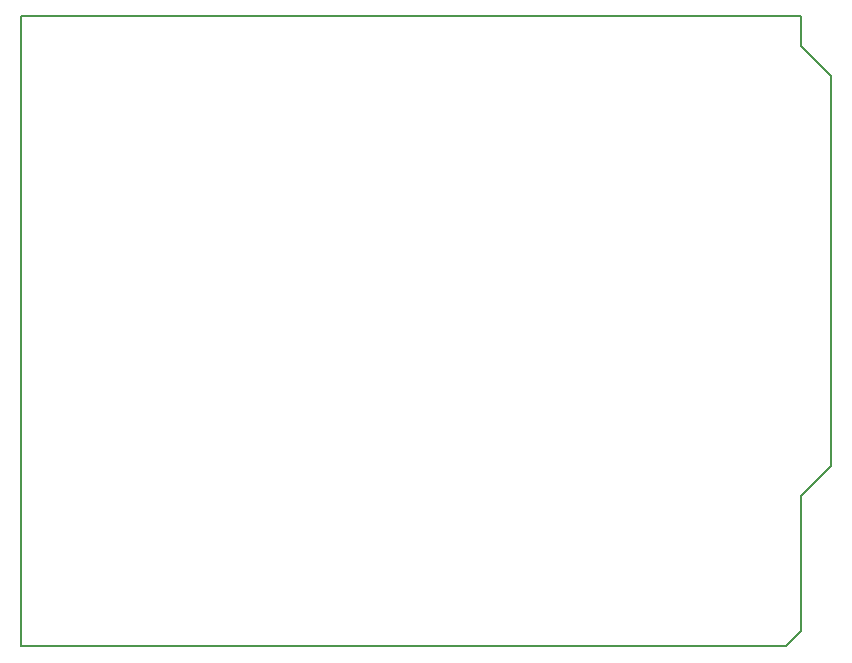
<source format=gbr>
G04 #@! TF.GenerationSoftware,KiCad,Pcbnew,(5.0.0)*
G04 #@! TF.CreationDate,2018-12-01T13:55:55+01:00*
G04 #@! TF.ProjectId,GazSensor-Rodier&Xu,47617A53656E736F722D526F64696572,1.0*
G04 #@! TF.SameCoordinates,Original*
G04 #@! TF.FileFunction,Profile,NP*
%FSLAX46Y46*%
G04 Gerber Fmt 4.6, Leading zero omitted, Abs format (unit mm)*
G04 Created by KiCad (PCBNEW (5.0.0)) date 12/01/18 13:55:55*
%MOMM*%
%LPD*%
G01*
G04 APERTURE LIST*
%ADD10C,0.150000*%
G04 APERTURE END LIST*
D10*
X177800000Y-127000000D02*
X176530000Y-128270000D01*
X177800000Y-115570000D02*
X177800000Y-127000000D01*
X180340000Y-113030000D02*
X177800000Y-115570000D01*
X180340000Y-80010000D02*
X180340000Y-113030000D01*
X177800000Y-77470000D02*
X180340000Y-80010000D01*
X177800000Y-74930000D02*
X177800000Y-77470000D01*
X111760000Y-74930000D02*
X177800000Y-74930000D01*
X111760000Y-128270000D02*
X111760000Y-74930000D01*
X176530000Y-128270000D02*
X111760000Y-128270000D01*
M02*

</source>
